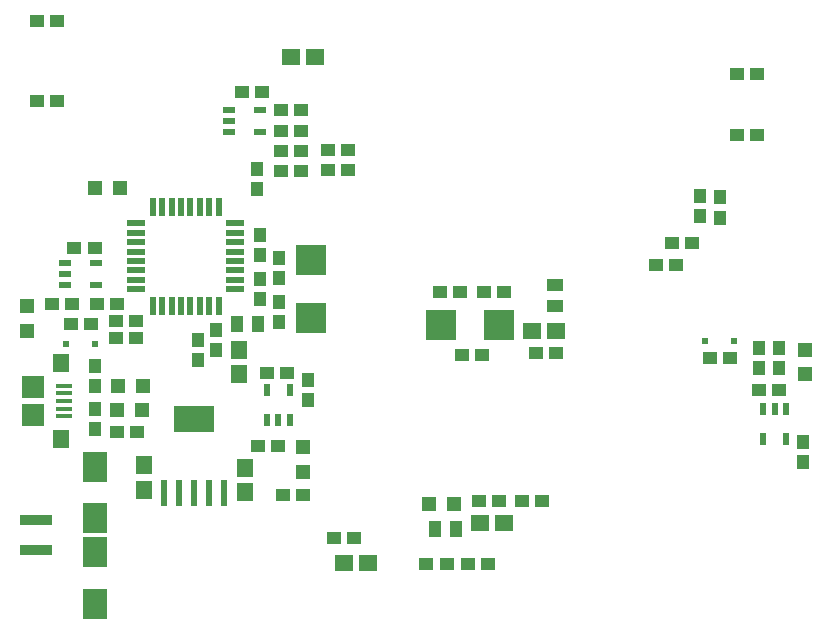
<source format=gtp>
G04*
G04 #@! TF.GenerationSoftware,Altium Limited,Altium Designer,20.2.6 (244)*
G04*
G04 Layer_Color=8421504*
%FSLAX44Y44*%
%MOMM*%
G71*
G04*
G04 #@! TF.SameCoordinates,CE6D2A43-BF16-4D6C-96BE-271B1CC6D4BA*
G04*
G04*
G04 #@! TF.FilePolarity,Positive*
G04*
G01*
G75*
%ADD14R,1.9000X1.9000*%
%ADD15R,1.4000X1.6000*%
%ADD16R,1.3500X0.4000*%
%ADD17R,1.1000X1.2000*%
%ADD18R,1.2000X1.1000*%
%ADD19R,2.5000X2.6000*%
%ADD20R,2.6000X2.5000*%
%ADD21R,1.1000X0.6000*%
%ADD22R,0.6000X1.1000*%
%ADD23R,3.5000X2.2000*%
%ADD24R,0.6000X2.2000*%
%ADD25R,0.5500X1.5000*%
%ADD26R,1.5000X0.5500*%
%ADD27R,1.2000X1.2000*%
%ADD28R,1.2000X1.2000*%
%ADD29R,2.7000X0.9000*%
%ADD30R,1.0000X1.4000*%
%ADD31R,1.4000X1.0000*%
%ADD32R,0.6000X0.6000*%
%ADD33R,1.4000X1.5000*%
%ADD34R,1.5000X1.4000*%
%ADD35R,2.0000X2.6000*%
D14*
X20960Y190860D02*
D03*
Y214860D02*
D03*
D15*
X45460Y170860D02*
D03*
Y234860D02*
D03*
D16*
X47710Y189860D02*
D03*
Y196360D02*
D03*
Y202860D02*
D03*
Y209360D02*
D03*
Y215860D02*
D03*
D17*
X73710Y196360D02*
D03*
Y179360D02*
D03*
X585978Y376292D02*
D03*
Y359292D02*
D03*
X73710Y215360D02*
D03*
Y232360D02*
D03*
X254254Y220336D02*
D03*
Y203336D02*
D03*
X635710Y230860D02*
D03*
Y247860D02*
D03*
X652710Y230860D02*
D03*
Y247860D02*
D03*
X213710Y289360D02*
D03*
Y306360D02*
D03*
X211074Y399524D02*
D03*
Y382524D02*
D03*
X603325Y375161D02*
D03*
Y358161D02*
D03*
X673710Y151360D02*
D03*
Y168360D02*
D03*
X229710Y306860D02*
D03*
Y323860D02*
D03*
Y286860D02*
D03*
Y269860D02*
D03*
X160710Y254360D02*
D03*
Y237360D02*
D03*
X176710Y263360D02*
D03*
Y246360D02*
D03*
X213710Y343360D02*
D03*
Y326360D02*
D03*
D18*
X56500Y332000D02*
D03*
X73500D02*
D03*
X231210Y449360D02*
D03*
X248210D02*
D03*
X70210Y268360D02*
D03*
X53210D02*
D03*
X233210Y123360D02*
D03*
X250210D02*
D03*
X384210Y241360D02*
D03*
X401210D02*
D03*
X594210Y239360D02*
D03*
X611210D02*
D03*
X271154Y415544D02*
D03*
X288154D02*
D03*
X271210Y398360D02*
D03*
X288210D02*
D03*
X634210Y479360D02*
D03*
X617210D02*
D03*
X566030Y317754D02*
D03*
X549030D02*
D03*
X579610Y336296D02*
D03*
X562610D02*
D03*
X109210Y176360D02*
D03*
X92210D02*
D03*
X91710Y270360D02*
D03*
X108710D02*
D03*
X92710Y285360D02*
D03*
X75710D02*
D03*
X248095Y431539D02*
D03*
X231095D02*
D03*
X248095Y414539D02*
D03*
X231095D02*
D03*
X248095Y397539D02*
D03*
X231095D02*
D03*
X37210Y285360D02*
D03*
X54210D02*
D03*
X653210Y212360D02*
D03*
X636210D02*
D03*
X228710Y164360D02*
D03*
X211710D02*
D03*
X215002Y464566D02*
D03*
X198002D02*
D03*
X236210Y226360D02*
D03*
X219210D02*
D03*
X402844Y295148D02*
D03*
X419844D02*
D03*
X366150D02*
D03*
X383150D02*
D03*
X435710Y118360D02*
D03*
X452710D02*
D03*
X398710D02*
D03*
X415710D02*
D03*
X464210Y243360D02*
D03*
X447210D02*
D03*
X24892Y524510D02*
D03*
X41892D02*
D03*
X634210Y428360D02*
D03*
X617210D02*
D03*
X108710Y256360D02*
D03*
X91710D02*
D03*
X25000Y457000D02*
D03*
X42000D02*
D03*
X371500Y65000D02*
D03*
X354500D02*
D03*
X276500Y87000D02*
D03*
X293500D02*
D03*
X406500Y65000D02*
D03*
X389500D02*
D03*
D19*
X367210Y267360D02*
D03*
X416210D02*
D03*
D20*
X256710Y272860D02*
D03*
Y321860D02*
D03*
D21*
X213710Y430360D02*
D03*
Y449360D02*
D03*
X187710Y430360D02*
D03*
Y439860D02*
D03*
Y449360D02*
D03*
X74710Y300860D02*
D03*
Y319860D02*
D03*
X48710Y300860D02*
D03*
Y310360D02*
D03*
Y319860D02*
D03*
D22*
X639710Y170360D02*
D03*
X658710D02*
D03*
X639710Y196360D02*
D03*
X649210D02*
D03*
X658710D02*
D03*
X238710Y212360D02*
D03*
X219710D02*
D03*
X238710Y186360D02*
D03*
X229210D02*
D03*
X219710D02*
D03*
D23*
X157710Y187360D02*
D03*
D24*
X183110Y125360D02*
D03*
X170410D02*
D03*
X157710D02*
D03*
X145010D02*
D03*
X132310D02*
D03*
D25*
X178710Y283360D02*
D03*
X170710D02*
D03*
X162710D02*
D03*
X154710D02*
D03*
X146710D02*
D03*
X138710D02*
D03*
X130710D02*
D03*
X122710D02*
D03*
Y367360D02*
D03*
X130710D02*
D03*
X138710D02*
D03*
X146710D02*
D03*
X154710D02*
D03*
X162710D02*
D03*
X170710D02*
D03*
X178710D02*
D03*
D26*
X108710Y297360D02*
D03*
Y305360D02*
D03*
Y313360D02*
D03*
Y321360D02*
D03*
Y329360D02*
D03*
Y337360D02*
D03*
Y345360D02*
D03*
Y353360D02*
D03*
X192710D02*
D03*
Y345360D02*
D03*
Y337360D02*
D03*
Y329360D02*
D03*
Y321360D02*
D03*
Y313360D02*
D03*
Y305360D02*
D03*
Y297360D02*
D03*
D27*
X16710Y283360D02*
D03*
Y262360D02*
D03*
X674710Y225360D02*
D03*
Y246360D02*
D03*
X249710Y163860D02*
D03*
Y142860D02*
D03*
D28*
X356710Y115360D02*
D03*
X377710D02*
D03*
X113710Y195360D02*
D03*
X92710D02*
D03*
X114210Y215360D02*
D03*
X93210D02*
D03*
X74000Y383000D02*
D03*
X95000D02*
D03*
D29*
X23710Y76360D02*
D03*
Y102360D02*
D03*
D30*
X361710Y94360D02*
D03*
X379710D02*
D03*
X211710Y268360D02*
D03*
X193710D02*
D03*
D31*
X463710Y301360D02*
D03*
Y283360D02*
D03*
D32*
X49460Y251360D02*
D03*
X73960D02*
D03*
X614960Y253360D02*
D03*
X590460D02*
D03*
D33*
X200710Y146360D02*
D03*
Y125860D02*
D03*
X115710Y148360D02*
D03*
Y127860D02*
D03*
X195710Y225860D02*
D03*
Y246360D02*
D03*
D34*
X419960Y99360D02*
D03*
X399460D02*
D03*
X260186Y494284D02*
D03*
X239686D02*
D03*
X443460Y262360D02*
D03*
X463960D02*
D03*
X284750Y66000D02*
D03*
X305250D02*
D03*
D35*
X73710Y31360D02*
D03*
Y75360D02*
D03*
Y103360D02*
D03*
Y147360D02*
D03*
M02*

</source>
